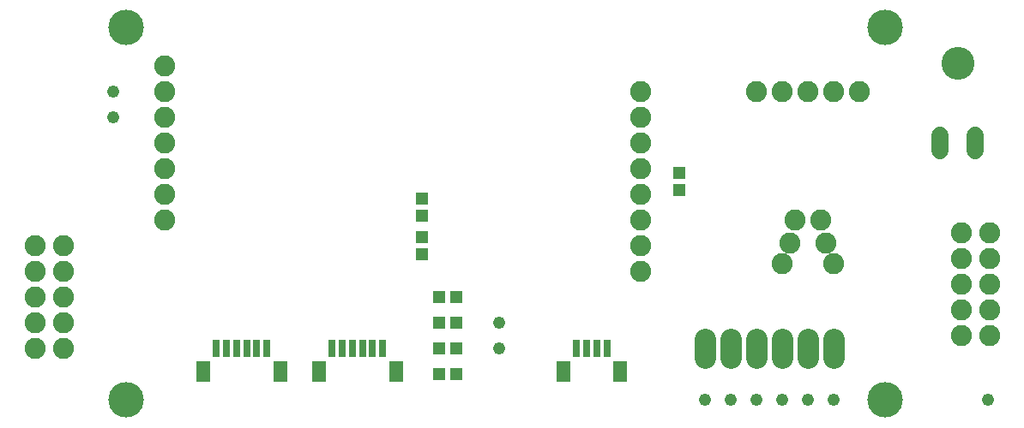
<source format=gts>
G75*
%MOIN*%
%OFA0B0*%
%FSLAX25Y25*%
%IPPOS*%
%LPD*%
%AMOC8*
5,1,8,0,0,1.08239X$1,22.5*
%
%ADD10C,0.08200*%
%ADD11R,0.05524X0.07887*%
%ADD12R,0.03162X0.06902*%
%ADD13R,0.05131X0.04737*%
%ADD14C,0.06824*%
%ADD15C,0.12808*%
%ADD16C,0.08200*%
%ADD17R,0.04737X0.05131*%
%ADD18C,0.13800*%
%ADD19C,0.04800*%
D10*
X0281000Y0028550D02*
X0281000Y0035950D01*
X0291000Y0035950D02*
X0291000Y0028550D01*
X0301000Y0028550D02*
X0301000Y0035950D01*
X0311000Y0035950D02*
X0311000Y0028550D01*
X0321000Y0028550D02*
X0321000Y0035950D01*
X0331000Y0035950D02*
X0331000Y0028550D01*
D11*
X0247803Y0023490D03*
X0225882Y0023490D03*
X0160803Y0023490D03*
X0130882Y0023490D03*
X0115803Y0023490D03*
X0085882Y0023490D03*
D12*
X0091000Y0032250D03*
X0094937Y0032250D03*
X0098874Y0032250D03*
X0102811Y0032250D03*
X0106748Y0032250D03*
X0110685Y0032250D03*
X0136000Y0032250D03*
X0139937Y0032250D03*
X0143874Y0032250D03*
X0147811Y0032250D03*
X0151748Y0032250D03*
X0155685Y0032250D03*
X0231000Y0032250D03*
X0234937Y0032250D03*
X0238874Y0032250D03*
X0242811Y0032250D03*
D13*
X0184346Y0032250D03*
X0177654Y0032250D03*
X0177654Y0022250D03*
X0184346Y0022250D03*
X0184346Y0042250D03*
X0177654Y0042250D03*
X0177654Y0052250D03*
X0184346Y0052250D03*
D14*
X0372220Y0109238D02*
X0372220Y0115262D01*
X0386000Y0115262D02*
X0386000Y0109238D01*
D15*
X0379110Y0143392D03*
D16*
X0341000Y0132250D03*
X0331000Y0132250D03*
X0321000Y0132250D03*
X0311000Y0132250D03*
X0301000Y0132250D03*
X0256000Y0132250D03*
X0256000Y0122250D03*
X0256000Y0112250D03*
X0256000Y0102250D03*
X0256000Y0092250D03*
X0256000Y0082250D03*
X0256000Y0072250D03*
X0256000Y0062250D03*
X0311000Y0065250D03*
X0314000Y0073250D03*
X0328000Y0073250D03*
X0331000Y0065250D03*
X0326000Y0082250D03*
X0316000Y0082250D03*
X0380500Y0077250D03*
X0391500Y0077250D03*
X0391500Y0067250D03*
X0380500Y0067250D03*
X0380500Y0057250D03*
X0391500Y0057250D03*
X0391500Y0047250D03*
X0380500Y0047250D03*
X0380500Y0037250D03*
X0391500Y0037250D03*
X0071000Y0082250D03*
X0071000Y0092250D03*
X0071000Y0102250D03*
X0071000Y0112250D03*
X0071000Y0122250D03*
X0071000Y0132250D03*
X0071000Y0142250D03*
X0031500Y0072250D03*
X0020500Y0072250D03*
X0020500Y0062250D03*
X0031500Y0062250D03*
X0031500Y0052250D03*
X0020500Y0052250D03*
X0020500Y0042250D03*
X0031500Y0042250D03*
X0031500Y0032250D03*
X0020500Y0032250D03*
D17*
X0171000Y0068904D03*
X0171000Y0075596D03*
X0171000Y0083904D03*
X0171000Y0090596D03*
X0271000Y0093904D03*
X0271000Y0100596D03*
D18*
X0056000Y0012250D03*
X0351000Y0012250D03*
X0351000Y0157250D03*
X0056000Y0157250D03*
D19*
X0051000Y0132250D03*
X0051000Y0122250D03*
X0201000Y0042250D03*
X0201000Y0032250D03*
X0281000Y0012250D03*
X0291000Y0012250D03*
X0301000Y0012250D03*
X0311000Y0012250D03*
X0321000Y0012250D03*
X0331000Y0012250D03*
X0391000Y0012250D03*
M02*

</source>
